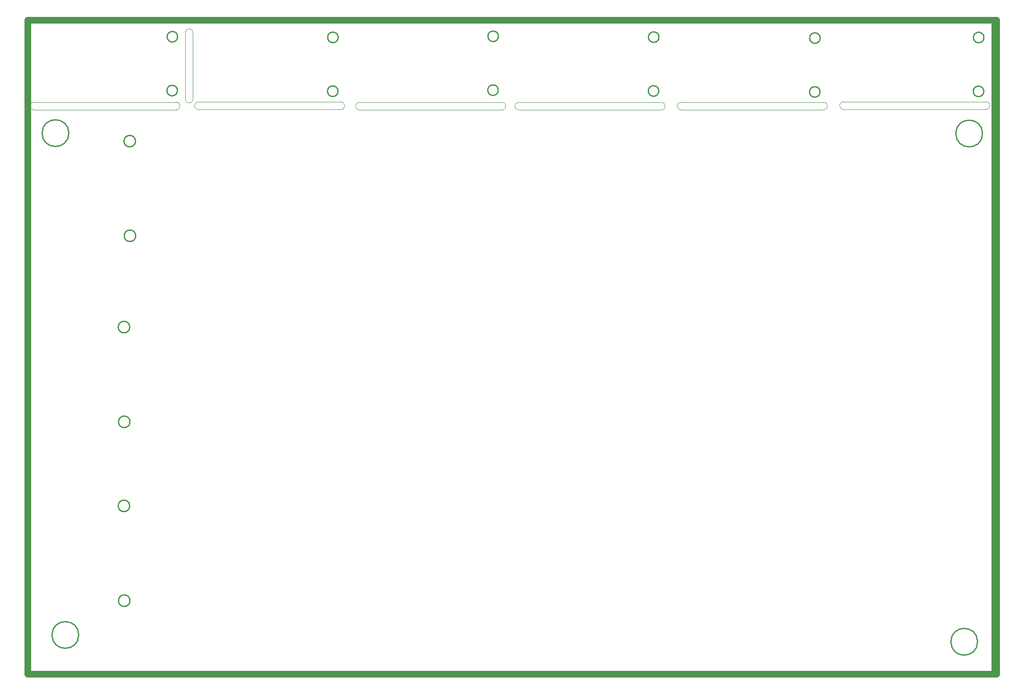
<source format=gbr>
%TF.GenerationSoftware,Altium Limited,Altium Designer,21.6.4 (81)*%
G04 Layer_Color=16711935*
%FSLAX45Y45*%
%MOMM*%
%TF.SameCoordinates,09A83190-5573-4C43-887F-21FCEAA25094*%
%TF.FilePolarity,Positive*%
%TF.FileFunction,Other,Mechanical_1*%
%TF.Part,Single*%
G01*
G75*
%TA.AperFunction,NonConductor*%
%ADD65C,0.25400*%
%ADD95C,0.01270*%
%ADD96C,1.30000*%
%ADD97C,1.20000*%
D65*
X24313820Y16395700D02*
G03*
X24313820Y16395700I-100000J0D01*
G01*
X24316930Y17420479D02*
G03*
X24316930Y17420479I-100000J0D01*
G01*
X21199780Y16385539D02*
G03*
X21199780Y16385539I-100000J0D01*
G01*
X21202888Y17410320D02*
G03*
X21202888Y17410320I-100000J0D01*
G01*
X18134000Y16403320D02*
G03*
X18134000Y16403320I-100000J0D01*
G01*
X18137109Y17428099D02*
G03*
X18137109Y17428099I-100000J0D01*
G01*
X15080920Y16418559D02*
G03*
X15080920Y16418559I-100000J0D01*
G01*
X15084029Y17443340D02*
G03*
X15084029Y17443340I-100000J0D01*
G01*
X12032920Y16398241D02*
G03*
X12032920Y16398241I-100000J0D01*
G01*
X12036029Y17423019D02*
G03*
X12036029Y17423019I-100000J0D01*
G01*
X8982949Y17435719D02*
G03*
X8982949Y17435719I-100000J0D01*
G01*
X8979840Y16410941D02*
G03*
X8979840Y16410941I-100000J0D01*
G01*
X24290021Y15593060D02*
G03*
X24290021Y15593060I-254000J0D01*
G01*
X24196040Y5920740D02*
G03*
X24196040Y5920740I-254000J0D01*
G01*
X8071621Y8506460D02*
G03*
X8071621Y8506460I-109249J0D01*
G01*
X8077512Y6701984D02*
G03*
X8077512Y6701984I-109249J0D01*
G01*
X8077614Y10106339D02*
G03*
X8077614Y10106339I-109249J0D01*
G01*
X8072149Y11910060D02*
G03*
X8072149Y11910060I-109249J0D01*
G01*
X6913880Y15600681D02*
G03*
X6913880Y15600681I-254000J0D01*
G01*
X7101840Y6050280D02*
G03*
X7101840Y6050280I-254000J0D01*
G01*
X8186449Y13647420D02*
G03*
X8186449Y13647420I-109249J0D01*
G01*
X8181369Y15448280D02*
G03*
X8181369Y15448280I-109249J0D01*
G01*
X6134100Y5316220D02*
X24523700D01*
X6134100Y17731740D02*
X24523700D01*
Y5316220D02*
Y17731740D01*
X6134100Y5316220D02*
Y17731740D01*
D95*
X12087860Y16049062D02*
G03*
X12087860Y16193700I0J72319D01*
G01*
X9374814Y16193694D02*
G03*
X9374586Y16049054I-228J-72319D01*
G01*
X24356059Y16054141D02*
G03*
X24356059Y16198779I0J72319D01*
G01*
X21643015Y16198773D02*
G03*
X21642786Y16054134I-228J-72319D01*
G01*
X21267419Y16043980D02*
G03*
X21267419Y16188618I0J72319D01*
G01*
X18554375Y16188612D02*
G03*
X18554146Y16043974I-228J-72319D01*
G01*
X18181320Y16041441D02*
G03*
X18181320Y16186079I0J72319D01*
G01*
X15468274Y16186073D02*
G03*
X15468047Y16041434I-228J-72319D01*
G01*
X15151100Y16041441D02*
G03*
X15151100Y16186079I0J72319D01*
G01*
X12438054Y16186073D02*
G03*
X12437826Y16041434I-228J-72319D01*
G01*
X6243548Y16189928D02*
G03*
X6243321Y16045290I-228J-72319D01*
G01*
X8956595Y16045296D02*
G03*
X8956595Y16189934I0J72319D01*
G01*
X9275118Y17515668D02*
G03*
X9130479Y17515895I-72319J229D01*
G01*
X9130593Y16245316D02*
G03*
X9275232Y16245316I72319J0D01*
G01*
X9374585Y16048804D02*
X12087860Y16049052D01*
X9374814Y16193694D02*
X12087860Y16193700D01*
X21642786Y16053883D02*
X24356059Y16054134D01*
X21643015Y16198773D02*
X24356059Y16198779D01*
X18554144Y16043724D02*
X21267419Y16043973D01*
X18554375Y16188612D02*
X21267419Y16188618D01*
X15468045Y16041183D02*
X18181320Y16041434D01*
X15468274Y16186073D02*
X18181320Y16186079D01*
X12437825Y16041183D02*
X15151100Y16041434D01*
X12438054Y16186073D02*
X15151100Y16186079D01*
X6243548Y16189928D02*
X8956595Y16189934D01*
X6243320Y16045039D02*
X8956595Y16045288D01*
X9130477Y17515897D02*
X9130594Y16245317D01*
X9275120Y17515668D02*
X9275232Y16245317D01*
D96*
X6134100Y5306060D02*
X24551671D01*
X6134100Y17754602D02*
X24551671D01*
Y5306060D02*
Y17754602D01*
X6134100Y5306060D02*
Y17754602D01*
D97*
X24523698Y5346700D02*
X24523700Y17754601D01*
X6134099Y5321300D02*
X6134100Y17754601D01*
%TF.MD5,58f1e449102b0dc49a61a78c46e9e80e*%
M02*

</source>
